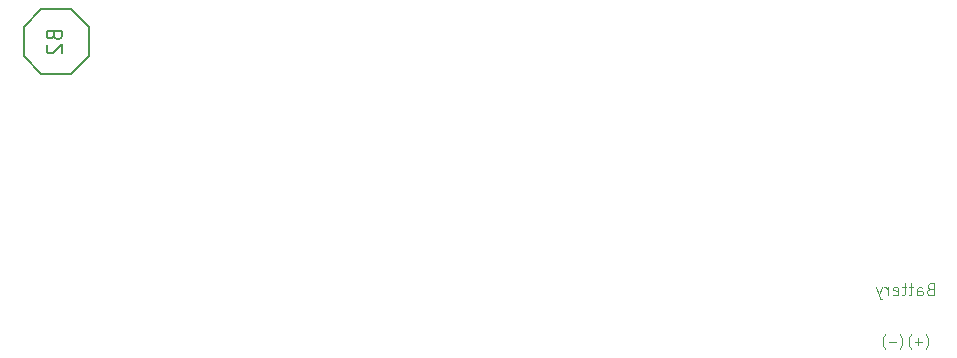
<source format=gbr>
%TF.GenerationSoftware,KiCad,Pcbnew,(6.99.0-1698-gc3bed8f6ee)*%
%TF.CreationDate,2022-08-24T14:05:48+02:00*%
%TF.ProjectId,tiny20_xiao,74696e79-3230-45f7-9869-616f2e6b6963,v1.0.0*%
%TF.SameCoordinates,Original*%
%TF.FileFunction,Legend,Bot*%
%TF.FilePolarity,Positive*%
%FSLAX46Y46*%
G04 Gerber Fmt 4.6, Leading zero omitted, Abs format (unit mm)*
G04 Created by KiCad (PCBNEW (6.99.0-1698-gc3bed8f6ee)) date 2022-08-24 14:05:48*
%MOMM*%
%LPD*%
G01*
G04 APERTURE LIST*
%ADD10C,0.150000*%
%ADD11C,0.120000*%
G04 APERTURE END LIST*
D10*
%TO.C,B2*%
X208354644Y-111268698D02*
X208415120Y-111450126D01*
X208415120Y-111450126D02*
X208475597Y-111510603D01*
X208475597Y-111510603D02*
X208596549Y-111571079D01*
X208596549Y-111571079D02*
X208777978Y-111571079D01*
X208777978Y-111571079D02*
X208898930Y-111510603D01*
X208898930Y-111510603D02*
X208959406Y-111450126D01*
X208959406Y-111450126D02*
X209019882Y-111329174D01*
X209019882Y-111329174D02*
X209019882Y-110845364D01*
X209019882Y-110845364D02*
X207749882Y-110845364D01*
X207749882Y-110845364D02*
X207749882Y-111268698D01*
X207749882Y-111268698D02*
X207810359Y-111389650D01*
X207810359Y-111389650D02*
X207870835Y-111450126D01*
X207870835Y-111450126D02*
X207991787Y-111510603D01*
X207991787Y-111510603D02*
X208112739Y-111510603D01*
X208112739Y-111510603D02*
X208233692Y-111450126D01*
X208233692Y-111450126D02*
X208294168Y-111389650D01*
X208294168Y-111389650D02*
X208354644Y-111268698D01*
X208354644Y-111268698D02*
X208354644Y-110845364D01*
X207870835Y-112054888D02*
X207810359Y-112115364D01*
X207810359Y-112115364D02*
X207749882Y-112236317D01*
X207749882Y-112236317D02*
X207749882Y-112538698D01*
X207749882Y-112538698D02*
X207810359Y-112659650D01*
X207810359Y-112659650D02*
X207870835Y-112720126D01*
X207870835Y-112720126D02*
X207991787Y-112780603D01*
X207991787Y-112780603D02*
X208112739Y-112780603D01*
X208112739Y-112780603D02*
X208294168Y-112720126D01*
X208294168Y-112720126D02*
X209019882Y-111994412D01*
X209019882Y-111994412D02*
X209019882Y-112780603D01*
D11*
%TO.C,BT01*%
X282531429Y-132733571D02*
X282388572Y-132781190D01*
X282388572Y-132781190D02*
X282340953Y-132828809D01*
X282340953Y-132828809D02*
X282293334Y-132924047D01*
X282293334Y-132924047D02*
X282293334Y-133066904D01*
X282293334Y-133066904D02*
X282340953Y-133162142D01*
X282340953Y-133162142D02*
X282388572Y-133209761D01*
X282388572Y-133209761D02*
X282483810Y-133257380D01*
X282483810Y-133257380D02*
X282864762Y-133257380D01*
X282864762Y-133257380D02*
X282864762Y-132257380D01*
X282864762Y-132257380D02*
X282531429Y-132257380D01*
X282531429Y-132257380D02*
X282436191Y-132305000D01*
X282436191Y-132305000D02*
X282388572Y-132352619D01*
X282388572Y-132352619D02*
X282340953Y-132447857D01*
X282340953Y-132447857D02*
X282340953Y-132543095D01*
X282340953Y-132543095D02*
X282388572Y-132638333D01*
X282388572Y-132638333D02*
X282436191Y-132685952D01*
X282436191Y-132685952D02*
X282531429Y-132733571D01*
X282531429Y-132733571D02*
X282864762Y-132733571D01*
X281436191Y-133257380D02*
X281436191Y-132733571D01*
X281436191Y-132733571D02*
X281483810Y-132638333D01*
X281483810Y-132638333D02*
X281579048Y-132590714D01*
X281579048Y-132590714D02*
X281769524Y-132590714D01*
X281769524Y-132590714D02*
X281864762Y-132638333D01*
X281436191Y-133209761D02*
X281531429Y-133257380D01*
X281531429Y-133257380D02*
X281769524Y-133257380D01*
X281769524Y-133257380D02*
X281864762Y-133209761D01*
X281864762Y-133209761D02*
X281912381Y-133114523D01*
X281912381Y-133114523D02*
X281912381Y-133019285D01*
X281912381Y-133019285D02*
X281864762Y-132924047D01*
X281864762Y-132924047D02*
X281769524Y-132876428D01*
X281769524Y-132876428D02*
X281531429Y-132876428D01*
X281531429Y-132876428D02*
X281436191Y-132828809D01*
X281102857Y-132590714D02*
X280721905Y-132590714D01*
X280960000Y-132257380D02*
X280960000Y-133114523D01*
X280960000Y-133114523D02*
X280912381Y-133209761D01*
X280912381Y-133209761D02*
X280817143Y-133257380D01*
X280817143Y-133257380D02*
X280721905Y-133257380D01*
X280531428Y-132590714D02*
X280150476Y-132590714D01*
X280388571Y-132257380D02*
X280388571Y-133114523D01*
X280388571Y-133114523D02*
X280340952Y-133209761D01*
X280340952Y-133209761D02*
X280245714Y-133257380D01*
X280245714Y-133257380D02*
X280150476Y-133257380D01*
X279436190Y-133209761D02*
X279531428Y-133257380D01*
X279531428Y-133257380D02*
X279721904Y-133257380D01*
X279721904Y-133257380D02*
X279817142Y-133209761D01*
X279817142Y-133209761D02*
X279864761Y-133114523D01*
X279864761Y-133114523D02*
X279864761Y-132733571D01*
X279864761Y-132733571D02*
X279817142Y-132638333D01*
X279817142Y-132638333D02*
X279721904Y-132590714D01*
X279721904Y-132590714D02*
X279531428Y-132590714D01*
X279531428Y-132590714D02*
X279436190Y-132638333D01*
X279436190Y-132638333D02*
X279388571Y-132733571D01*
X279388571Y-132733571D02*
X279388571Y-132828809D01*
X279388571Y-132828809D02*
X279864761Y-132924047D01*
X278959999Y-133257380D02*
X278959999Y-132590714D01*
X278959999Y-132781190D02*
X278912380Y-132685952D01*
X278912380Y-132685952D02*
X278864761Y-132638333D01*
X278864761Y-132638333D02*
X278769523Y-132590714D01*
X278769523Y-132590714D02*
X278674285Y-132590714D01*
X278436189Y-132590714D02*
X278198094Y-133257380D01*
X277959999Y-132590714D02*
X278198094Y-133257380D01*
X278198094Y-133257380D02*
X278293332Y-133495476D01*
X278293332Y-133495476D02*
X278340951Y-133543095D01*
X278340951Y-133543095D02*
X278436189Y-133590714D01*
X282169523Y-137788666D02*
X282207618Y-137750571D01*
X282207618Y-137750571D02*
X282283809Y-137636285D01*
X282283809Y-137636285D02*
X282321904Y-137560095D01*
X282321904Y-137560095D02*
X282359999Y-137445809D01*
X282359999Y-137445809D02*
X282398094Y-137255333D01*
X282398094Y-137255333D02*
X282398094Y-137102952D01*
X282398094Y-137102952D02*
X282359999Y-136912476D01*
X282359999Y-136912476D02*
X282321904Y-136798190D01*
X282321904Y-136798190D02*
X282283809Y-136722000D01*
X282283809Y-136722000D02*
X282207618Y-136607714D01*
X282207618Y-136607714D02*
X282169523Y-136569619D01*
X281864761Y-137179142D02*
X281255238Y-137179142D01*
X281559999Y-137483904D02*
X281559999Y-136874380D01*
X280950476Y-137788666D02*
X280912381Y-137750571D01*
X280912381Y-137750571D02*
X280836190Y-137636285D01*
X280836190Y-137636285D02*
X280798095Y-137560095D01*
X280798095Y-137560095D02*
X280760000Y-137445809D01*
X280760000Y-137445809D02*
X280721904Y-137255333D01*
X280721904Y-137255333D02*
X280721904Y-137102952D01*
X280721904Y-137102952D02*
X280760000Y-136912476D01*
X280760000Y-136912476D02*
X280798095Y-136798190D01*
X280798095Y-136798190D02*
X280836190Y-136722000D01*
X280836190Y-136722000D02*
X280912381Y-136607714D01*
X280912381Y-136607714D02*
X280950476Y-136569619D01*
X279969523Y-137788666D02*
X280007618Y-137750571D01*
X280007618Y-137750571D02*
X280083809Y-137636285D01*
X280083809Y-137636285D02*
X280121904Y-137560095D01*
X280121904Y-137560095D02*
X280159999Y-137445809D01*
X280159999Y-137445809D02*
X280198094Y-137255333D01*
X280198094Y-137255333D02*
X280198094Y-137102952D01*
X280198094Y-137102952D02*
X280159999Y-136912476D01*
X280159999Y-136912476D02*
X280121904Y-136798190D01*
X280121904Y-136798190D02*
X280083809Y-136722000D01*
X280083809Y-136722000D02*
X280007618Y-136607714D01*
X280007618Y-136607714D02*
X279969523Y-136569619D01*
X279664761Y-137179142D02*
X279055238Y-137179142D01*
X278750476Y-137788666D02*
X278712381Y-137750571D01*
X278712381Y-137750571D02*
X278636190Y-137636285D01*
X278636190Y-137636285D02*
X278598095Y-137560095D01*
X278598095Y-137560095D02*
X278560000Y-137445809D01*
X278560000Y-137445809D02*
X278521904Y-137255333D01*
X278521904Y-137255333D02*
X278521904Y-137102952D01*
X278521904Y-137102952D02*
X278560000Y-136912476D01*
X278560000Y-136912476D02*
X278598095Y-136798190D01*
X278598095Y-136798190D02*
X278636190Y-136722000D01*
X278636190Y-136722000D02*
X278712381Y-136607714D01*
X278712381Y-136607714D02*
X278750476Y-136569619D01*
D10*
%TO.C,B2*%
X209803309Y-109032746D02*
X211303309Y-110532746D01*
X207303309Y-109032746D02*
X209803309Y-109032746D01*
X207303309Y-109032746D02*
X205803309Y-110532746D01*
X211303309Y-110532746D02*
X211303309Y-113032746D01*
X205803309Y-110532746D02*
X205803309Y-113032746D01*
X209803309Y-114532746D02*
X211303309Y-113032746D01*
X207303309Y-114532746D02*
X205803309Y-113032746D01*
X207303309Y-114532746D02*
X209803309Y-114532746D01*
%TD*%
M02*

</source>
